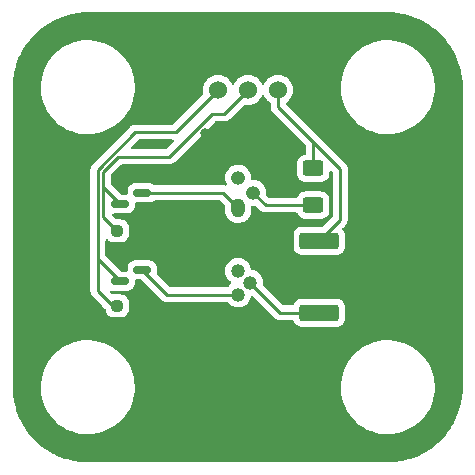
<source format=gbr>
%TF.GenerationSoftware,KiCad,Pcbnew,7.0.7*%
%TF.CreationDate,2023-10-31T17:39:05-05:00*%
%TF.ProjectId,Laser_Diode_Breakout,4c617365-725f-4446-996f-64655f427265,rev?*%
%TF.SameCoordinates,Original*%
%TF.FileFunction,Copper,L2,Bot*%
%TF.FilePolarity,Positive*%
%FSLAX46Y46*%
G04 Gerber Fmt 4.6, Leading zero omitted, Abs format (unit mm)*
G04 Created by KiCad (PCBNEW 7.0.7) date 2023-10-31 17:39:05*
%MOMM*%
%LPD*%
G01*
G04 APERTURE LIST*
G04 Aperture macros list*
%AMRoundRect*
0 Rectangle with rounded corners*
0 $1 Rounding radius*
0 $2 $3 $4 $5 $6 $7 $8 $9 X,Y pos of 4 corners*
0 Add a 4 corners polygon primitive as box body*
4,1,4,$2,$3,$4,$5,$6,$7,$8,$9,$2,$3,0*
0 Add four circle primitives for the rounded corners*
1,1,$1+$1,$2,$3*
1,1,$1+$1,$4,$5*
1,1,$1+$1,$6,$7*
1,1,$1+$1,$8,$9*
0 Add four rect primitives between the rounded corners*
20,1,$1+$1,$2,$3,$4,$5,0*
20,1,$1+$1,$4,$5,$6,$7,0*
20,1,$1+$1,$6,$7,$8,$9,0*
20,1,$1+$1,$8,$9,$2,$3,0*%
G04 Aperture macros list end*
%TA.AperFunction,ComponentPad*%
%ADD10O,1.200000X1.600000*%
%TD*%
%TA.AperFunction,ComponentPad*%
%ADD11O,1.200000X1.200000*%
%TD*%
%TA.AperFunction,ComponentPad*%
%ADD12C,1.192000*%
%TD*%
%TA.AperFunction,SMDPad,CuDef*%
%ADD13RoundRect,0.249999X-1.425001X0.450001X-1.425001X-0.450001X1.425001X-0.450001X1.425001X0.450001X0*%
%TD*%
%TA.AperFunction,ComponentPad*%
%ADD14C,1.524000*%
%TD*%
%TA.AperFunction,SMDPad,CuDef*%
%ADD15RoundRect,0.237500X-0.250000X-0.237500X0.250000X-0.237500X0.250000X0.237500X-0.250000X0.237500X0*%
%TD*%
%TA.AperFunction,SMDPad,CuDef*%
%ADD16RoundRect,0.150000X-0.587500X-0.150000X0.587500X-0.150000X0.587500X0.150000X-0.587500X0.150000X0*%
%TD*%
%TA.AperFunction,SMDPad,CuDef*%
%ADD17RoundRect,0.250000X-0.625000X0.400000X-0.625000X-0.400000X0.625000X-0.400000X0.625000X0.400000X0*%
%TD*%
%TA.AperFunction,ViaPad*%
%ADD18C,0.800000*%
%TD*%
%TA.AperFunction,Conductor*%
%ADD19C,0.254000*%
%TD*%
%TA.AperFunction,Conductor*%
%ADD20C,0.250000*%
%TD*%
G04 APERTURE END LIST*
D10*
%TO.P,D1,1,K*%
%TO.N,Net-(D1-K)*%
X66986724Y-32327276D03*
D11*
%TO.P,D1,2,A*%
%TO.N,Net-(D1-A)*%
X68256724Y-31057276D03*
%TO.P,D1,3*%
%TO.N,N/C*%
X66986724Y-29787276D03*
%TD*%
D12*
%TO.P,D2,1,K*%
%TO.N,Net-(D2-K)*%
X66985640Y-39676580D03*
%TO.P,D2,2,A*%
%TO.N,Net-(D2-A)*%
X67985640Y-38676580D03*
%TO.P,D2,3*%
%TO.N,N/C*%
X66985640Y-37676580D03*
%TD*%
D13*
%TO.P,R1,1*%
%TO.N,+12V*%
X73844724Y-35117276D03*
%TO.P,R1,2*%
%TO.N,Net-(D2-A)*%
X73844724Y-41217276D03*
%TD*%
D14*
%TO.P,Conn1,1*%
%TO.N,+12V*%
X70358000Y-22352000D03*
%TO.P,Conn1,2*%
%TO.N,Red_LED*%
X67818000Y-22352000D03*
%TO.P,Conn1,3*%
%TO.N,Green_LED*%
X65278000Y-22352000D03*
%TO.P,Conn1,4*%
%TO.N,GND*%
X62738000Y-22352000D03*
X62738000Y-22352000D03*
%TD*%
D15*
%TO.P,R4,1*%
%TO.N,Red_LED*%
X56745500Y-34290000D03*
%TO.P,R4,2*%
%TO.N,GND*%
X58570500Y-34290000D03*
%TD*%
D16*
%TO.P,Q1,1,G*%
%TO.N,Green_LED*%
X56984420Y-38542000D03*
%TO.P,Q1,2,S*%
%TO.N,GND*%
X56984420Y-36642000D03*
%TO.P,Q1,3,D*%
%TO.N,Net-(D2-K)*%
X58859420Y-37592000D03*
%TD*%
D17*
%TO.P,R2,1*%
%TO.N,+12V*%
X73336724Y-28999276D03*
%TO.P,R2,2*%
%TO.N,Net-(D1-A)*%
X73336724Y-32099276D03*
%TD*%
D15*
%TO.P,R3,1*%
%TO.N,Green_LED*%
X56745500Y-40640000D03*
%TO.P,R3,2*%
%TO.N,GND*%
X58570500Y-40640000D03*
%TD*%
D16*
%TO.P,Q2,1,G*%
%TO.N,Red_LED*%
X56983724Y-32007276D03*
%TO.P,Q2,2,S*%
%TO.N,GND*%
X56983724Y-30107276D03*
%TO.P,Q2,3,D*%
%TO.N,Net-(D1-K)*%
X58858724Y-31057276D03*
%TD*%
D18*
%TO.N,GND*%
X59690000Y-26924000D03*
X64192724Y-25977276D03*
%TD*%
D19*
%TO.N,+12V*%
X75622724Y-29025276D02*
X73336724Y-26739276D01*
X73844724Y-35117276D02*
X75622724Y-33339276D01*
X70358000Y-23760552D02*
X73336724Y-26739276D01*
X70358000Y-22352000D02*
X70358000Y-23760552D01*
X75622724Y-33339276D02*
X75622724Y-29025276D01*
X73336724Y-28999276D02*
X73336724Y-26739276D01*
%TO.N,Red_LED*%
X55560724Y-30584276D02*
X55560724Y-30480000D01*
X65786000Y-24384000D02*
X67818000Y-22352000D01*
X61132590Y-28009276D02*
X64757866Y-24384000D01*
X56983724Y-32007276D02*
X55560724Y-30584276D01*
X55560724Y-33105224D02*
X55560724Y-33101224D01*
X55556724Y-33101224D02*
X55556724Y-29279276D01*
X56826724Y-28009276D02*
X61132590Y-28009276D01*
X55556724Y-29279276D02*
X56826724Y-28009276D01*
X56745500Y-34290000D02*
X55560724Y-33105224D01*
X64757866Y-24384000D02*
X65786000Y-24384000D01*
D20*
%TO.N,Green_LED*%
X55106724Y-36664304D02*
X55106724Y-36576000D01*
X56388000Y-40640000D02*
X55106724Y-39358724D01*
X56745500Y-40640000D02*
X56388000Y-40640000D01*
D19*
X55106724Y-39358724D02*
X55106724Y-36576000D01*
X58285948Y-25908000D02*
X55103896Y-29090052D01*
X61722000Y-25908000D02*
X58285948Y-25908000D01*
X56984420Y-38542000D02*
X55106724Y-36664304D01*
X55106724Y-36576000D02*
X55106724Y-29092880D01*
X65278000Y-22352000D02*
X61722000Y-25908000D01*
%TO.N,Net-(D2-K)*%
X58859420Y-37592000D02*
X60944000Y-39676580D01*
X60944000Y-39676580D02*
X66985640Y-39676580D01*
%TO.N,Net-(D2-A)*%
X70526336Y-41217276D02*
X67985640Y-38676580D01*
X73844724Y-41217276D02*
X70526336Y-41217276D01*
%TO.N,Net-(D1-K)*%
X65716724Y-31057276D02*
X66986724Y-32327276D01*
X58858724Y-31057276D02*
X65716724Y-31057276D01*
%TO.N,Net-(D1-A)*%
X69298724Y-32099276D02*
X68256724Y-31057276D01*
X73336724Y-32099276D02*
X69298724Y-32099276D01*
%TD*%
%TA.AperFunction,Conductor*%
%TO.N,GND*%
G36*
X61486623Y-26555185D02*
G01*
X61532378Y-26607989D01*
X61542322Y-26677147D01*
X61513297Y-26740703D01*
X61507265Y-26747181D01*
X60908990Y-27345457D01*
X60847667Y-27378942D01*
X60821309Y-27381776D01*
X57998953Y-27381776D01*
X57931914Y-27362091D01*
X57886159Y-27309287D01*
X57876215Y-27240129D01*
X57905240Y-27176573D01*
X57911272Y-27170095D01*
X58509548Y-26571819D01*
X58570871Y-26538334D01*
X58597229Y-26535500D01*
X61419584Y-26535500D01*
X61486623Y-26555185D01*
G37*
%TD.AperFunction*%
%TA.AperFunction,Conductor*%
G36*
X79921745Y-15779768D02*
G01*
X80132298Y-15788041D01*
X80136758Y-15788381D01*
X80390887Y-15817015D01*
X80615811Y-15843638D01*
X80620028Y-15844285D01*
X80868262Y-15891255D01*
X81093711Y-15936101D01*
X81097564Y-15937000D01*
X81340345Y-16002053D01*
X81563011Y-16064852D01*
X81566625Y-16065993D01*
X81723699Y-16120956D01*
X81803252Y-16148793D01*
X82021076Y-16229152D01*
X82024387Y-16230485D01*
X82253853Y-16330601D01*
X82465197Y-16428032D01*
X82468160Y-16429497D01*
X82689391Y-16546421D01*
X82892740Y-16660302D01*
X82895384Y-16661872D01*
X83107210Y-16794971D01*
X83107429Y-16795118D01*
X83301211Y-16924600D01*
X83303583Y-16926266D01*
X83504825Y-17074790D01*
X83689287Y-17220207D01*
X83879922Y-17384262D01*
X84052445Y-17543741D01*
X84230258Y-17721554D01*
X84389737Y-17894077D01*
X84553792Y-18084712D01*
X84699209Y-18269174D01*
X84847732Y-18470415D01*
X84849398Y-18472787D01*
X84979035Y-18666800D01*
X85112108Y-18878585D01*
X85113706Y-18881276D01*
X85227586Y-19084624D01*
X85344488Y-19305812D01*
X85345978Y-19308826D01*
X85443394Y-19520136D01*
X85543513Y-19749611D01*
X85544855Y-19752946D01*
X85625206Y-19970747D01*
X85708000Y-20207358D01*
X85709152Y-20211007D01*
X85771949Y-20433664D01*
X85836990Y-20676399D01*
X85837911Y-20680351D01*
X85882756Y-20905800D01*
X85929710Y-21153956D01*
X85930361Y-21158196D01*
X85957001Y-21383268D01*
X85985616Y-21637229D01*
X85985959Y-21641738D01*
X85994238Y-21852421D01*
X86004224Y-22119276D01*
X86004224Y-47519276D01*
X85994325Y-47783824D01*
X85985949Y-47996923D01*
X85985606Y-48001431D01*
X85957170Y-48253819D01*
X85930341Y-48480489D01*
X85929690Y-48484729D01*
X85882931Y-48731860D01*
X85837882Y-48958330D01*
X85836961Y-48962282D01*
X85772122Y-49204267D01*
X85709118Y-49427663D01*
X85707967Y-49431311D01*
X85625373Y-49667354D01*
X85544807Y-49885736D01*
X85543465Y-49889070D01*
X85443553Y-50118074D01*
X85345923Y-50329848D01*
X85344433Y-50332862D01*
X85227751Y-50553640D01*
X85113633Y-50757412D01*
X85112035Y-50760103D01*
X84979208Y-50971499D01*
X84849294Y-51165927D01*
X84847628Y-51168299D01*
X84699379Y-51369170D01*
X84553661Y-51554012D01*
X84389917Y-51744286D01*
X84230111Y-51917164D01*
X84052597Y-52094677D01*
X83879759Y-52254447D01*
X83689444Y-52418227D01*
X83504621Y-52563930D01*
X83303730Y-52712194D01*
X83301358Y-52713860D01*
X83106966Y-52843750D01*
X82895538Y-52976597D01*
X82892847Y-52978195D01*
X82689088Y-53092306D01*
X82468334Y-53208978D01*
X82465320Y-53210468D01*
X82253506Y-53308117D01*
X82024521Y-53408020D01*
X82021187Y-53409362D01*
X81802826Y-53489921D01*
X81566745Y-53572528D01*
X81563097Y-53573679D01*
X81339757Y-53636669D01*
X81097727Y-53701520D01*
X81093775Y-53702441D01*
X80867283Y-53747494D01*
X80620172Y-53794249D01*
X80615932Y-53794900D01*
X80389286Y-53821726D01*
X80136868Y-53850166D01*
X80132358Y-53850509D01*
X79917794Y-53858939D01*
X79712472Y-53866622D01*
X79654912Y-53868776D01*
X54254724Y-53868776D01*
X53987626Y-53858782D01*
X53777195Y-53850515D01*
X53772686Y-53850173D01*
X53518663Y-53821552D01*
X53293623Y-53794917D01*
X53289387Y-53794266D01*
X53041239Y-53747315D01*
X52815779Y-53702469D01*
X52811846Y-53701552D01*
X52569066Y-53636500D01*
X52346462Y-53573719D01*
X52342814Y-53572568D01*
X52106166Y-53489762D01*
X51888379Y-53409416D01*
X51885045Y-53408074D01*
X51655596Y-53307968D01*
X51444247Y-53210535D01*
X51441233Y-53209045D01*
X51441106Y-53208978D01*
X51306402Y-53137785D01*
X51220089Y-53092167D01*
X51016700Y-52978263D01*
X51014008Y-52976665D01*
X50802247Y-52843607D01*
X50608215Y-52713959D01*
X50605859Y-52712304D01*
X50461056Y-52605435D01*
X50404610Y-52563776D01*
X50220142Y-52418353D01*
X50029518Y-52254309D01*
X49856985Y-52094821D01*
X49679178Y-51917014D01*
X49519690Y-51744481D01*
X49355646Y-51553857D01*
X49210223Y-51369389D01*
X49174437Y-51320901D01*
X49061683Y-51168123D01*
X49060039Y-51165783D01*
X48930392Y-50971752D01*
X48797333Y-50759990D01*
X48795735Y-50757298D01*
X48689215Y-50567093D01*
X48681836Y-50553919D01*
X48564936Y-50332731D01*
X48563463Y-50329750D01*
X48466031Y-50118403D01*
X48465887Y-50118074D01*
X48365924Y-49888953D01*
X48364582Y-49885619D01*
X48348313Y-49841520D01*
X48284247Y-49667862D01*
X48201431Y-49431185D01*
X48200279Y-49427536D01*
X48137512Y-49204982D01*
X48072437Y-48962116D01*
X48071537Y-48958258D01*
X48026698Y-48732832D01*
X47979724Y-48484564D01*
X47979083Y-48480391D01*
X47952444Y-48255311D01*
X47949683Y-48230804D01*
X47923822Y-48001279D01*
X47923485Y-47996836D01*
X47915229Y-47786706D01*
X47908935Y-47618463D01*
X50277314Y-47618463D01*
X50306954Y-48013987D01*
X50306955Y-48014000D01*
X50375832Y-48404615D01*
X50483254Y-48786413D01*
X50483258Y-48786427D01*
X50628159Y-49155629D01*
X50628164Y-49155641D01*
X50809110Y-49508590D01*
X50809115Y-49508599D01*
X51024310Y-49841785D01*
X51271610Y-50151890D01*
X51271619Y-50151901D01*
X51548303Y-50435570D01*
X51548557Y-50435830D01*
X51852400Y-50690784D01*
X52180118Y-50914218D01*
X52528454Y-51103912D01*
X52893947Y-51257980D01*
X52893956Y-51257982D01*
X52893962Y-51257985D01*
X53272959Y-51374890D01*
X53272972Y-51374893D01*
X53660437Y-51453221D01*
X53661738Y-51453484D01*
X54000024Y-51487334D01*
X54056404Y-51492976D01*
X54056405Y-51492976D01*
X54353827Y-51492976D01*
X54551854Y-51483092D01*
X54650869Y-51478151D01*
X55043077Y-51419035D01*
X55427450Y-51321162D01*
X55800169Y-51185504D01*
X56157527Y-51013409D01*
X56157953Y-51013149D01*
X56495970Y-50806591D01*
X56495969Y-50806591D01*
X56495975Y-50806588D01*
X56812148Y-50567096D01*
X57102905Y-50297313D01*
X57365355Y-49999921D01*
X57596890Y-49677876D01*
X57795209Y-49334377D01*
X57958341Y-48972839D01*
X58084665Y-48596854D01*
X58172925Y-48210161D01*
X58222245Y-47816601D01*
X58227186Y-47618449D01*
X58227192Y-47618203D01*
X75676289Y-47618203D01*
X75705929Y-48013727D01*
X75705930Y-48013740D01*
X75774807Y-48404355D01*
X75882229Y-48786153D01*
X75882233Y-48786167D01*
X76027134Y-49155369D01*
X76027139Y-49155381D01*
X76208085Y-49508330D01*
X76208096Y-49508349D01*
X76208264Y-49508609D01*
X76423285Y-49841525D01*
X76670585Y-50151630D01*
X76670594Y-50151641D01*
X76947522Y-50435560D01*
X76947532Y-50435570D01*
X77251375Y-50690524D01*
X77579093Y-50913958D01*
X77927429Y-51103652D01*
X78292922Y-51257720D01*
X78292931Y-51257722D01*
X78292937Y-51257725D01*
X78671934Y-51374630D01*
X78671947Y-51374633D01*
X79060698Y-51453221D01*
X79060713Y-51453224D01*
X79398999Y-51487074D01*
X79455379Y-51492716D01*
X79455380Y-51492716D01*
X79752802Y-51492716D01*
X80044634Y-51478151D01*
X80049844Y-51477891D01*
X80442052Y-51418775D01*
X80826425Y-51320902D01*
X81199144Y-51185244D01*
X81556502Y-51013149D01*
X81894950Y-50806328D01*
X82211123Y-50566836D01*
X82501880Y-50297053D01*
X82764330Y-49999661D01*
X82995865Y-49677616D01*
X83194184Y-49334117D01*
X83357316Y-48972579D01*
X83483640Y-48596594D01*
X83571900Y-48209901D01*
X83621220Y-47816341D01*
X83624229Y-47695662D01*
X83631108Y-47419842D01*
X83631108Y-47419826D01*
X83616280Y-47221957D01*
X83601468Y-47024296D01*
X83532592Y-46633684D01*
X83425166Y-46251870D01*
X83280258Y-45882650D01*
X83099308Y-45529693D01*
X82884113Y-45196507D01*
X82636813Y-44886402D01*
X82636810Y-44886399D01*
X82636803Y-44886390D01*
X82359875Y-44602471D01*
X82359872Y-44602468D01*
X82359871Y-44602467D01*
X82359866Y-44602462D01*
X82056023Y-44347508D01*
X81886545Y-44231960D01*
X81728304Y-44124073D01*
X81546641Y-44025145D01*
X81379969Y-43934380D01*
X81379961Y-43934376D01*
X81379958Y-43934375D01*
X81014476Y-43780312D01*
X81014460Y-43780306D01*
X80635463Y-43663401D01*
X80635450Y-43663398D01*
X80246699Y-43584810D01*
X80246678Y-43584807D01*
X79852019Y-43545316D01*
X79852018Y-43545316D01*
X79554598Y-43545316D01*
X79554596Y-43545316D01*
X79257554Y-43560140D01*
X78865346Y-43619257D01*
X78480971Y-43717130D01*
X78108248Y-43852790D01*
X77750890Y-44024885D01*
X77412452Y-44231700D01*
X77412441Y-44231708D01*
X77096274Y-44471196D01*
X77096271Y-44471198D01*
X76805512Y-44740984D01*
X76543064Y-45038375D01*
X76311538Y-45360409D01*
X76311525Y-45360429D01*
X76113215Y-45703912D01*
X75950081Y-46065453D01*
X75823758Y-46441435D01*
X75735498Y-46828127D01*
X75686177Y-47221697D01*
X75676289Y-47618189D01*
X75676289Y-47618203D01*
X58227192Y-47618203D01*
X58232133Y-47420102D01*
X58232133Y-47420086D01*
X58232114Y-47419826D01*
X58202493Y-47024556D01*
X58133617Y-46633944D01*
X58026191Y-46252130D01*
X57881283Y-45882910D01*
X57700333Y-45529953D01*
X57485138Y-45196767D01*
X57237838Y-44886662D01*
X57237835Y-44886659D01*
X57237828Y-44886650D01*
X56960900Y-44602731D01*
X56960897Y-44602728D01*
X56960896Y-44602727D01*
X56960891Y-44602722D01*
X56657048Y-44347768D01*
X56584337Y-44298194D01*
X56329329Y-44124333D01*
X56213218Y-44061102D01*
X55980994Y-43934640D01*
X55980986Y-43934636D01*
X55980983Y-43934635D01*
X55615501Y-43780572D01*
X55615485Y-43780566D01*
X55236488Y-43663661D01*
X55236475Y-43663658D01*
X54847724Y-43585070D01*
X54847703Y-43585067D01*
X54453044Y-43545576D01*
X54453043Y-43545576D01*
X54155623Y-43545576D01*
X54155621Y-43545576D01*
X53858579Y-43560400D01*
X53466371Y-43619517D01*
X53081996Y-43717390D01*
X52709273Y-43853050D01*
X52351915Y-44025145D01*
X52013477Y-44231960D01*
X52013466Y-44231968D01*
X51697299Y-44471456D01*
X51697296Y-44471458D01*
X51406537Y-44741244D01*
X51144089Y-45038635D01*
X50912563Y-45360669D01*
X50912550Y-45360689D01*
X50714240Y-45704172D01*
X50551106Y-46065713D01*
X50424783Y-46441695D01*
X50336523Y-46828387D01*
X50287202Y-47221957D01*
X50277314Y-47618449D01*
X50277314Y-47618463D01*
X47908935Y-47618463D01*
X47905224Y-47519276D01*
X47905224Y-47518776D01*
X47905224Y-29070185D01*
X54471721Y-29070185D01*
X54478831Y-29145401D01*
X54478949Y-29146645D01*
X54479224Y-29152483D01*
X54479224Y-36581336D01*
X54477496Y-36596985D01*
X54477778Y-36597012D01*
X54477043Y-36604779D01*
X54479224Y-36674163D01*
X54479224Y-39294632D01*
X54479030Y-39298737D01*
X54479224Y-39304895D01*
X54479224Y-39398212D01*
X54482759Y-39426190D01*
X54483218Y-39432015D01*
X54484014Y-39457349D01*
X54484015Y-39457356D01*
X54486038Y-39464319D01*
X54489981Y-39483357D01*
X54494108Y-39516018D01*
X54494108Y-39516020D01*
X54519139Y-39579238D01*
X54521031Y-39584765D01*
X54528105Y-39609111D01*
X54528107Y-39609117D01*
X54531798Y-39615358D01*
X54540353Y-39632823D01*
X54550945Y-39659574D01*
X54552471Y-39663427D01*
X54579404Y-39700497D01*
X54592446Y-39718448D01*
X54595654Y-39723333D01*
X54599061Y-39729093D01*
X54608554Y-39745144D01*
X54608557Y-39745147D01*
X54613673Y-39750263D01*
X54626313Y-39765061D01*
X54645660Y-39791690D01*
X54645661Y-39791691D01*
X54698058Y-39835037D01*
X54702369Y-39838959D01*
X55477887Y-40614478D01*
X55722599Y-40859190D01*
X55756084Y-40920513D01*
X55758276Y-40934269D01*
X55767826Y-41027751D01*
X55767826Y-41027753D01*
X55822092Y-41191516D01*
X55912660Y-41338350D01*
X56034650Y-41460340D01*
X56181484Y-41550908D01*
X56345247Y-41605174D01*
X56446323Y-41615500D01*
X57044676Y-41615499D01*
X57044684Y-41615498D01*
X57044687Y-41615498D01*
X57100030Y-41609844D01*
X57145753Y-41605174D01*
X57309516Y-41550908D01*
X57456350Y-41460340D01*
X57578340Y-41338350D01*
X57668908Y-41191516D01*
X57723174Y-41027753D01*
X57733500Y-40926677D01*
X57733499Y-40353324D01*
X57727206Y-40291723D01*
X57723174Y-40252247D01*
X57712815Y-40220987D01*
X57668908Y-40088484D01*
X57578340Y-39941650D01*
X57456350Y-39819660D01*
X57335545Y-39745147D01*
X57309518Y-39729093D01*
X57309513Y-39729091D01*
X57308069Y-39728612D01*
X57145753Y-39674826D01*
X57145751Y-39674825D01*
X57044678Y-39664500D01*
X56446330Y-39664500D01*
X56446312Y-39664501D01*
X56369540Y-39672344D01*
X56300847Y-39659574D01*
X56269258Y-39636667D01*
X56181284Y-39548693D01*
X56147799Y-39487370D01*
X56152783Y-39417678D01*
X56194655Y-39361745D01*
X56260119Y-39337328D01*
X56291256Y-39339032D01*
X56294342Y-39339595D01*
X56294351Y-39339598D01*
X56320690Y-39341670D01*
X56331224Y-39342500D01*
X56331226Y-39342500D01*
X57637616Y-39342500D01*
X57656051Y-39341049D01*
X57674489Y-39339598D01*
X57674491Y-39339597D01*
X57674493Y-39339597D01*
X57716111Y-39327505D01*
X57832318Y-39293744D01*
X57973785Y-39210081D01*
X58090001Y-39093865D01*
X58173664Y-38952398D01*
X58219518Y-38794569D01*
X58222420Y-38757694D01*
X58222420Y-38516500D01*
X58242105Y-38449461D01*
X58294909Y-38403706D01*
X58346420Y-38392500D01*
X58721139Y-38392500D01*
X58788178Y-38412185D01*
X58808820Y-38428819D01*
X60441624Y-40061623D01*
X60451471Y-40073913D01*
X60451689Y-40073734D01*
X60456657Y-40079740D01*
X60507257Y-40127257D01*
X60528201Y-40148200D01*
X60528207Y-40148206D01*
X60533697Y-40152463D01*
X60538148Y-40156264D01*
X60572235Y-40188275D01*
X60572237Y-40188276D01*
X60589867Y-40197967D01*
X60606135Y-40208652D01*
X60622038Y-40220988D01*
X60622040Y-40220989D01*
X60622042Y-40220990D01*
X60643380Y-40230223D01*
X60664943Y-40239554D01*
X60670190Y-40242125D01*
X60688602Y-40252247D01*
X60711166Y-40264652D01*
X60730667Y-40269659D01*
X60749065Y-40275958D01*
X60767541Y-40283953D01*
X60813740Y-40291270D01*
X60819414Y-40292445D01*
X60864728Y-40304080D01*
X60884864Y-40304080D01*
X60904263Y-40305607D01*
X60924133Y-40308754D01*
X60970671Y-40304354D01*
X60976508Y-40304080D01*
X66023730Y-40304080D01*
X66090769Y-40323765D01*
X66122684Y-40353353D01*
X66171846Y-40418453D01*
X66322019Y-40555354D01*
X66322021Y-40555356D01*
X66494790Y-40662330D01*
X66494796Y-40662333D01*
X66534938Y-40677884D01*
X66684283Y-40735740D01*
X66884034Y-40773080D01*
X66884036Y-40773080D01*
X67087244Y-40773080D01*
X67087246Y-40773080D01*
X67286997Y-40735740D01*
X67476486Y-40662332D01*
X67649260Y-40555355D01*
X67799435Y-40418452D01*
X67921897Y-40256286D01*
X68012477Y-40074379D01*
X68061838Y-39900889D01*
X68099116Y-39841798D01*
X68162426Y-39812240D01*
X68231665Y-39821602D01*
X68268785Y-39847144D01*
X70023960Y-41602319D01*
X70033807Y-41614609D01*
X70034025Y-41614430D01*
X70038993Y-41620436D01*
X70089593Y-41667953D01*
X70110537Y-41688896D01*
X70110543Y-41688902D01*
X70116033Y-41693159D01*
X70120484Y-41696960D01*
X70154571Y-41728971D01*
X70154573Y-41728972D01*
X70172203Y-41738663D01*
X70188471Y-41749348D01*
X70204374Y-41761684D01*
X70247281Y-41780251D01*
X70252517Y-41782815D01*
X70277425Y-41796509D01*
X70293494Y-41805344D01*
X70293496Y-41805345D01*
X70293502Y-41805348D01*
X70312576Y-41810245D01*
X70312996Y-41810353D01*
X70331400Y-41816653D01*
X70349878Y-41824650D01*
X70393374Y-41831538D01*
X70396060Y-41831964D01*
X70401765Y-41833145D01*
X70447064Y-41844776D01*
X70467194Y-41844776D01*
X70486593Y-41846303D01*
X70506469Y-41849451D01*
X70549115Y-41845419D01*
X70553015Y-41845051D01*
X70558853Y-41844776D01*
X71598369Y-41844776D01*
X71665408Y-41864461D01*
X71711163Y-41917265D01*
X71716074Y-41929768D01*
X71734910Y-41986611D01*
X71827012Y-42135932D01*
X71951068Y-42259988D01*
X72100389Y-42352090D01*
X72266926Y-42407275D01*
X72369714Y-42417776D01*
X72369719Y-42417776D01*
X75319729Y-42417776D01*
X75319734Y-42417776D01*
X75422522Y-42407275D01*
X75589059Y-42352090D01*
X75738380Y-42259988D01*
X75862436Y-42135932D01*
X75954538Y-41986611D01*
X76009723Y-41820074D01*
X76020224Y-41717286D01*
X76020224Y-40717266D01*
X76009723Y-40614478D01*
X75954538Y-40447941D01*
X75862436Y-40298620D01*
X75738380Y-40174564D01*
X75645614Y-40117345D01*
X75589061Y-40082463D01*
X75589056Y-40082461D01*
X75580851Y-40079742D01*
X75422522Y-40027277D01*
X75422520Y-40027276D01*
X75319741Y-40016776D01*
X75319734Y-40016776D01*
X72369714Y-40016776D01*
X72369706Y-40016776D01*
X72266927Y-40027276D01*
X72266926Y-40027277D01*
X72184393Y-40054625D01*
X72100391Y-40082461D01*
X72100386Y-40082463D01*
X71951066Y-40174565D01*
X71827013Y-40298618D01*
X71734910Y-40447941D01*
X71716075Y-40504781D01*
X71676302Y-40562225D01*
X71611786Y-40589048D01*
X71598369Y-40589776D01*
X70837617Y-40589776D01*
X70770578Y-40570091D01*
X70749936Y-40553457D01*
X69109869Y-38913390D01*
X69076384Y-38852067D01*
X69074079Y-38814267D01*
X69075605Y-38797805D01*
X69086838Y-38676580D01*
X69068088Y-38474235D01*
X69012477Y-38278781D01*
X68962902Y-38179223D01*
X68921900Y-38096879D01*
X68921895Y-38096871D01*
X68799433Y-37934705D01*
X68649260Y-37797805D01*
X68649258Y-37797803D01*
X68476489Y-37690829D01*
X68476483Y-37690826D01*
X68327141Y-37632972D01*
X68286997Y-37617420D01*
X68169776Y-37595507D01*
X68107496Y-37563840D01*
X68072223Y-37503527D01*
X68069091Y-37485060D01*
X68068088Y-37474239D01*
X68068088Y-37474235D01*
X68012477Y-37278781D01*
X67964087Y-37181602D01*
X67921900Y-37096879D01*
X67921895Y-37096871D01*
X67799433Y-36934705D01*
X67649260Y-36797805D01*
X67649258Y-36797803D01*
X67476489Y-36690829D01*
X67476483Y-36690826D01*
X67327141Y-36632972D01*
X67286997Y-36617420D01*
X67087246Y-36580080D01*
X66884034Y-36580080D01*
X66684283Y-36617420D01*
X66684280Y-36617420D01*
X66684280Y-36617421D01*
X66494796Y-36690826D01*
X66494790Y-36690829D01*
X66322021Y-36797803D01*
X66322019Y-36797805D01*
X66171846Y-36934705D01*
X66049384Y-37096871D01*
X66049379Y-37096879D01*
X65958802Y-37278782D01*
X65903191Y-37474239D01*
X65884442Y-37676579D01*
X65884442Y-37676580D01*
X65903191Y-37878920D01*
X65958802Y-38074377D01*
X66049379Y-38256280D01*
X66049384Y-38256288D01*
X66171846Y-38418454D01*
X66233040Y-38474239D01*
X66322020Y-38555355D01*
X66347534Y-38571153D01*
X66394169Y-38623177D01*
X66405274Y-38692159D01*
X66377323Y-38756194D01*
X66347537Y-38782004D01*
X66322023Y-38797801D01*
X66322019Y-38797805D01*
X66171846Y-38934706D01*
X66122684Y-38999807D01*
X66066575Y-39041443D01*
X66023730Y-39049080D01*
X61255281Y-39049080D01*
X61188242Y-39029395D01*
X61167600Y-39012761D01*
X60124961Y-37970122D01*
X60091476Y-37908799D01*
X60093465Y-37850814D01*
X60093380Y-37850799D01*
X60093485Y-37850222D01*
X60093567Y-37847842D01*
X60094518Y-37844569D01*
X60097420Y-37807694D01*
X60097420Y-37376306D01*
X60094518Y-37339431D01*
X60076897Y-37278781D01*
X60048665Y-37181606D01*
X60048664Y-37181603D01*
X60048664Y-37181602D01*
X59965001Y-37040135D01*
X59964999Y-37040133D01*
X59964996Y-37040129D01*
X59848790Y-36923923D01*
X59848782Y-36923917D01*
X59707316Y-36840255D01*
X59707313Y-36840254D01*
X59549493Y-36794402D01*
X59549487Y-36794401D01*
X59512616Y-36791500D01*
X59512614Y-36791500D01*
X58206226Y-36791500D01*
X58206224Y-36791500D01*
X58169352Y-36794401D01*
X58169346Y-36794402D01*
X58011526Y-36840254D01*
X58011523Y-36840255D01*
X57870057Y-36923917D01*
X57870049Y-36923923D01*
X57753843Y-37040129D01*
X57753837Y-37040137D01*
X57670175Y-37181603D01*
X57670174Y-37181606D01*
X57624322Y-37339426D01*
X57624321Y-37339432D01*
X57621420Y-37376304D01*
X57621420Y-37617500D01*
X57601735Y-37684539D01*
X57548931Y-37730294D01*
X57497420Y-37741500D01*
X57122701Y-37741500D01*
X57055662Y-37721815D01*
X57035020Y-37705181D01*
X55770543Y-36440703D01*
X55737058Y-36379380D01*
X55734224Y-36353022D01*
X55734224Y-35109276D01*
X55753909Y-35042237D01*
X55806713Y-34996482D01*
X55875871Y-34986538D01*
X55939427Y-35015563D01*
X55945905Y-35021595D01*
X56034650Y-35110340D01*
X56181484Y-35200908D01*
X56345247Y-35255174D01*
X56446323Y-35265500D01*
X57044676Y-35265499D01*
X57044684Y-35265498D01*
X57044687Y-35265498D01*
X57100030Y-35259844D01*
X57145753Y-35255174D01*
X57309516Y-35200908D01*
X57456350Y-35110340D01*
X57578340Y-34988350D01*
X57668908Y-34841516D01*
X57723174Y-34677753D01*
X57733500Y-34576677D01*
X57733499Y-34003324D01*
X57723174Y-33902247D01*
X57668908Y-33738484D01*
X57578340Y-33591650D01*
X57456350Y-33469660D01*
X57309516Y-33379092D01*
X57145753Y-33324826D01*
X57145751Y-33324825D01*
X57044684Y-33314500D01*
X57044677Y-33314500D01*
X56708781Y-33314500D01*
X56641742Y-33294815D01*
X56621100Y-33278181D01*
X56362376Y-33019457D01*
X56328891Y-32958134D01*
X56333875Y-32888442D01*
X56375747Y-32832509D01*
X56441211Y-32808092D01*
X56450057Y-32807776D01*
X57636920Y-32807776D01*
X57655355Y-32806325D01*
X57673793Y-32804874D01*
X57673795Y-32804873D01*
X57673797Y-32804873D01*
X57715415Y-32792781D01*
X57831622Y-32759020D01*
X57973089Y-32675357D01*
X58089305Y-32559141D01*
X58172968Y-32417674D01*
X58218822Y-32259845D01*
X58221724Y-32222970D01*
X58221724Y-31981776D01*
X58241409Y-31914737D01*
X58294213Y-31868982D01*
X58345724Y-31857776D01*
X59511920Y-31857776D01*
X59530355Y-31856325D01*
X59548793Y-31854874D01*
X59548795Y-31854873D01*
X59548797Y-31854873D01*
X59590415Y-31842781D01*
X59706622Y-31809020D01*
X59848089Y-31725357D01*
X59848094Y-31725352D01*
X59852352Y-31721095D01*
X59913675Y-31687610D01*
X59940033Y-31684776D01*
X65405443Y-31684776D01*
X65472482Y-31704461D01*
X65493124Y-31721095D01*
X65849904Y-32077875D01*
X65883389Y-32139198D01*
X65886223Y-32165556D01*
X65886223Y-32579695D01*
X65894217Y-32663412D01*
X65901196Y-32736494D01*
X65960408Y-32938151D01*
X66009743Y-33033848D01*
X66056715Y-33124962D01*
X66186629Y-33290159D01*
X66186633Y-33290163D01*
X66345470Y-33427797D01*
X66527474Y-33532877D01*
X66527476Y-33532877D01*
X66527480Y-33532880D01*
X66726091Y-33601620D01*
X66934122Y-33631530D01*
X67144054Y-33621530D01*
X67348300Y-33571980D01*
X67471468Y-33515731D01*
X67539467Y-33484677D01*
X67539470Y-33484675D01*
X67539477Y-33484672D01*
X67710676Y-33362762D01*
X67779903Y-33290159D01*
X67855709Y-33210655D01*
X67855710Y-33210654D01*
X67969337Y-33033848D01*
X68047449Y-32838733D01*
X68087224Y-32632361D01*
X68087224Y-32281775D01*
X68106909Y-32214737D01*
X68159713Y-32168982D01*
X68211224Y-32157776D01*
X68358700Y-32157776D01*
X68388055Y-32152288D01*
X68457570Y-32159317D01*
X68498524Y-32186495D01*
X68796348Y-32484319D01*
X68806195Y-32496609D01*
X68806413Y-32496430D01*
X68811381Y-32502436D01*
X68861981Y-32549953D01*
X68882929Y-32570900D01*
X68888430Y-32575167D01*
X68892869Y-32578958D01*
X68926957Y-32610969D01*
X68944608Y-32620672D01*
X68960858Y-32631347D01*
X68976762Y-32643684D01*
X68976765Y-32643686D01*
X69019666Y-32662250D01*
X69024914Y-32664820D01*
X69065890Y-32687348D01*
X69084964Y-32692245D01*
X69085384Y-32692353D01*
X69103788Y-32698653D01*
X69122266Y-32706650D01*
X69165762Y-32713538D01*
X69168448Y-32713964D01*
X69174153Y-32715145D01*
X69219452Y-32726776D01*
X69239582Y-32726776D01*
X69258981Y-32728303D01*
X69278857Y-32731451D01*
X69321503Y-32727419D01*
X69325403Y-32727051D01*
X69331241Y-32726776D01*
X71906938Y-32726776D01*
X71973977Y-32746461D01*
X72019732Y-32799265D01*
X72024642Y-32811768D01*
X72026906Y-32818600D01*
X72026909Y-32818607D01*
X72026910Y-32818610D01*
X72119012Y-32967932D01*
X72243068Y-33091988D01*
X72392390Y-33184090D01*
X72558927Y-33239275D01*
X72661715Y-33249776D01*
X74011732Y-33249775D01*
X74114521Y-33239275D01*
X74281058Y-33184090D01*
X74430380Y-33091988D01*
X74554436Y-32967932D01*
X74646538Y-32818610D01*
X74701723Y-32652073D01*
X74712224Y-32549285D01*
X74712223Y-31649268D01*
X74701723Y-31546479D01*
X74646538Y-31379942D01*
X74554436Y-31230620D01*
X74430380Y-31106564D01*
X74281058Y-31014462D01*
X74114521Y-30959277D01*
X74114519Y-30959276D01*
X74011734Y-30948776D01*
X72661722Y-30948776D01*
X72661705Y-30948777D01*
X72558927Y-30959276D01*
X72558924Y-30959277D01*
X72392392Y-31014461D01*
X72392387Y-31014463D01*
X72243066Y-31106565D01*
X72119013Y-31230618D01*
X72026911Y-31379939D01*
X72026906Y-31379951D01*
X72024642Y-31386784D01*
X71984868Y-31444228D01*
X71920351Y-31471048D01*
X71906938Y-31471776D01*
X69610005Y-31471776D01*
X69542966Y-31452091D01*
X69522324Y-31435457D01*
X69384629Y-31297762D01*
X69351144Y-31236439D01*
X69348839Y-31198645D01*
X69361939Y-31057276D01*
X69343121Y-30854193D01*
X69287306Y-30658026D01*
X69285358Y-30654114D01*
X69231316Y-30545583D01*
X69196397Y-30475455D01*
X69073488Y-30312697D01*
X69073486Y-30312694D01*
X68922765Y-30175295D01*
X68922763Y-30175293D01*
X68749366Y-30067931D01*
X68749359Y-30067927D01*
X68654270Y-30031090D01*
X68559180Y-29994252D01*
X68358700Y-29956776D01*
X68212254Y-29956776D01*
X68145215Y-29937091D01*
X68099460Y-29884287D01*
X68088783Y-29821335D01*
X68091939Y-29787276D01*
X68091939Y-29787275D01*
X68073121Y-29584193D01*
X68073120Y-29584192D01*
X68017306Y-29388026D01*
X67926397Y-29205455D01*
X67842646Y-29094551D01*
X67803486Y-29042694D01*
X67652765Y-28905295D01*
X67652763Y-28905293D01*
X67479366Y-28797931D01*
X67479359Y-28797927D01*
X67311196Y-28732781D01*
X67289180Y-28724252D01*
X67088700Y-28686776D01*
X66884748Y-28686776D01*
X66684268Y-28724252D01*
X66684265Y-28724252D01*
X66684265Y-28724253D01*
X66494088Y-28797927D01*
X66494081Y-28797931D01*
X66320684Y-28905293D01*
X66320682Y-28905295D01*
X66169961Y-29042694D01*
X66047051Y-29205454D01*
X65956146Y-29388015D01*
X65956141Y-29388028D01*
X65900326Y-29584193D01*
X65881509Y-29787275D01*
X65881509Y-29787276D01*
X65900326Y-29990358D01*
X65956141Y-30186523D01*
X65956146Y-30186536D01*
X65996657Y-30267892D01*
X66008918Y-30336678D01*
X65982045Y-30401173D01*
X65924569Y-30440900D01*
X65866264Y-30445638D01*
X65858244Y-30444368D01*
X65846999Y-30442587D01*
X65841288Y-30441404D01*
X65796003Y-30429776D01*
X65795996Y-30429776D01*
X65775866Y-30429776D01*
X65756467Y-30428249D01*
X65736592Y-30425101D01*
X65736591Y-30425101D01*
X65690045Y-30429501D01*
X65684207Y-30429776D01*
X59940033Y-30429776D01*
X59872994Y-30410091D01*
X59852352Y-30393457D01*
X59848094Y-30389199D01*
X59848086Y-30389193D01*
X59706620Y-30305531D01*
X59706617Y-30305530D01*
X59548797Y-30259678D01*
X59548791Y-30259677D01*
X59511920Y-30256776D01*
X59511918Y-30256776D01*
X58205530Y-30256776D01*
X58205528Y-30256776D01*
X58168656Y-30259677D01*
X58168650Y-30259678D01*
X58010830Y-30305530D01*
X58010827Y-30305531D01*
X57869361Y-30389193D01*
X57869353Y-30389199D01*
X57753147Y-30505405D01*
X57753141Y-30505413D01*
X57669479Y-30646879D01*
X57669478Y-30646882D01*
X57623626Y-30804702D01*
X57623625Y-30804708D01*
X57620724Y-30841580D01*
X57620724Y-31082776D01*
X57601039Y-31149815D01*
X57548235Y-31195570D01*
X57496724Y-31206776D01*
X57122005Y-31206776D01*
X57054966Y-31187091D01*
X57034324Y-31170457D01*
X56220543Y-30356676D01*
X56187058Y-30295353D01*
X56184224Y-30268995D01*
X56184224Y-29590556D01*
X56203909Y-29523517D01*
X56220543Y-29502875D01*
X57050324Y-28673095D01*
X57111647Y-28639610D01*
X57138005Y-28636776D01*
X61049623Y-28636776D01*
X61065271Y-28638503D01*
X61065298Y-28638222D01*
X61073065Y-28638956D01*
X61073066Y-28638955D01*
X61073067Y-28638956D01*
X61142450Y-28636776D01*
X61172066Y-28636776D01*
X61178968Y-28635903D01*
X61184780Y-28635445D01*
X61231533Y-28633977D01*
X61250862Y-28628360D01*
X61269918Y-28624413D01*
X61289883Y-28621892D01*
X61333360Y-28604677D01*
X61338866Y-28602792D01*
X61383781Y-28589744D01*
X61401105Y-28579497D01*
X61418573Y-28570939D01*
X61437293Y-28563529D01*
X61475132Y-28536035D01*
X61479981Y-28532850D01*
X61520246Y-28509039D01*
X61534487Y-28494796D01*
X61549268Y-28482173D01*
X61565557Y-28470339D01*
X61565559Y-28470335D01*
X61565561Y-28470335D01*
X61585295Y-28446479D01*
X61595366Y-28434304D01*
X61599279Y-28430004D01*
X64981465Y-25047819D01*
X65042789Y-25014334D01*
X65069147Y-25011500D01*
X65703033Y-25011500D01*
X65718681Y-25013227D01*
X65718708Y-25012946D01*
X65726475Y-25013680D01*
X65726476Y-25013679D01*
X65726477Y-25013680D01*
X65795860Y-25011500D01*
X65825476Y-25011500D01*
X65832378Y-25010627D01*
X65838190Y-25010169D01*
X65884943Y-25008701D01*
X65904272Y-25003084D01*
X65923328Y-24999137D01*
X65943293Y-24996616D01*
X65986770Y-24979401D01*
X65992276Y-24977516D01*
X66037191Y-24964468D01*
X66054515Y-24954221D01*
X66071983Y-24945663D01*
X66090703Y-24938253D01*
X66128542Y-24910759D01*
X66133391Y-24907574D01*
X66173656Y-24883763D01*
X66187897Y-24869520D01*
X66202678Y-24856897D01*
X66218967Y-24845063D01*
X66218969Y-24845059D01*
X66218971Y-24845059D01*
X66230845Y-24830703D01*
X66248776Y-24809028D01*
X66252689Y-24804728D01*
X67436435Y-23620982D01*
X67497756Y-23587499D01*
X67556207Y-23588890D01*
X67571635Y-23593023D01*
X67597932Y-23600070D01*
X67755123Y-23613822D01*
X67817998Y-23619323D01*
X67818000Y-23619323D01*
X67818002Y-23619323D01*
X67873016Y-23614509D01*
X68038068Y-23600070D01*
X68251450Y-23542894D01*
X68451662Y-23449534D01*
X68632620Y-23322826D01*
X68788826Y-23166620D01*
X68915534Y-22985662D01*
X68975617Y-22856811D01*
X69021790Y-22804371D01*
X69088983Y-22785219D01*
X69155865Y-22805435D01*
X69200382Y-22856811D01*
X69260464Y-22985658D01*
X69260468Y-22985666D01*
X69387170Y-23166615D01*
X69387174Y-23166620D01*
X69543380Y-23322826D01*
X69677624Y-23416824D01*
X69721248Y-23471399D01*
X69730500Y-23518398D01*
X69730500Y-23677584D01*
X69728772Y-23693233D01*
X69729054Y-23693260D01*
X69728319Y-23701027D01*
X69730500Y-23770411D01*
X69730500Y-23800029D01*
X69731371Y-23806932D01*
X69731829Y-23812751D01*
X69733298Y-23859494D01*
X69738916Y-23878827D01*
X69742862Y-23897881D01*
X69745383Y-23917839D01*
X69745386Y-23917851D01*
X69762595Y-23961317D01*
X69764487Y-23966845D01*
X69777530Y-24011739D01*
X69777530Y-24011740D01*
X69787777Y-24029067D01*
X69796335Y-24046537D01*
X69803745Y-24065253D01*
X69831229Y-24103081D01*
X69834437Y-24107965D01*
X69858234Y-24148204D01*
X69858240Y-24148212D01*
X69872469Y-24162440D01*
X69885109Y-24177239D01*
X69896934Y-24193516D01*
X69896936Y-24193517D01*
X69896937Y-24193519D01*
X69932957Y-24223317D01*
X69937268Y-24227239D01*
X72672906Y-26962877D01*
X72706390Y-27024198D01*
X72709224Y-27050556D01*
X72709224Y-27731945D01*
X72689539Y-27798984D01*
X72636735Y-27844739D01*
X72597827Y-27855303D01*
X72558926Y-27859277D01*
X72558924Y-27859277D01*
X72392392Y-27914461D01*
X72392387Y-27914463D01*
X72243066Y-28006565D01*
X72119013Y-28130618D01*
X72026911Y-28279939D01*
X72026909Y-28279942D01*
X72026910Y-28279942D01*
X71971725Y-28446479D01*
X71971725Y-28446480D01*
X71971724Y-28446480D01*
X71961224Y-28549259D01*
X71961224Y-29449277D01*
X71961225Y-29449295D01*
X71971724Y-29552072D01*
X71971725Y-29552075D01*
X71984477Y-29590556D01*
X72026910Y-29718610D01*
X72119012Y-29867932D01*
X72243068Y-29991988D01*
X72392390Y-30084090D01*
X72558927Y-30139275D01*
X72661715Y-30149776D01*
X74011732Y-30149775D01*
X74114521Y-30139275D01*
X74281058Y-30084090D01*
X74430380Y-29991988D01*
X74554436Y-29867932D01*
X74646538Y-29718610D01*
X74701723Y-29552073D01*
X74712224Y-29449285D01*
X74712223Y-29301554D01*
X74731907Y-29234517D01*
X74784711Y-29188762D01*
X74853869Y-29178818D01*
X74917425Y-29207843D01*
X74923902Y-29213874D01*
X74958905Y-29248876D01*
X74992390Y-29310196D01*
X74995224Y-29336556D01*
X74995224Y-33027995D01*
X74975539Y-33095034D01*
X74958905Y-33115676D01*
X74194124Y-33880457D01*
X74132801Y-33913942D01*
X74106443Y-33916776D01*
X72369706Y-33916776D01*
X72266927Y-33927276D01*
X72266926Y-33927277D01*
X72184393Y-33954625D01*
X72100391Y-33982461D01*
X72100386Y-33982463D01*
X71951066Y-34074565D01*
X71827013Y-34198618D01*
X71734911Y-34347938D01*
X71734909Y-34347941D01*
X71734910Y-34347941D01*
X71679725Y-34514478D01*
X71679725Y-34514479D01*
X71679724Y-34514479D01*
X71669224Y-34617258D01*
X71669224Y-35617293D01*
X71679724Y-35720072D01*
X71679725Y-35720074D01*
X71734910Y-35886611D01*
X71827012Y-36035932D01*
X71951068Y-36159988D01*
X72100389Y-36252090D01*
X72266926Y-36307275D01*
X72369714Y-36317776D01*
X72369719Y-36317776D01*
X75319729Y-36317776D01*
X75319734Y-36317776D01*
X75422522Y-36307275D01*
X75589059Y-36252090D01*
X75738380Y-36159988D01*
X75862436Y-36035932D01*
X75954538Y-35886611D01*
X76009723Y-35720074D01*
X76020224Y-35617286D01*
X76020224Y-34617266D01*
X76009723Y-34514478D01*
X75954538Y-34347941D01*
X75862436Y-34198620D01*
X75844297Y-34180481D01*
X75810813Y-34119159D01*
X75815797Y-34049467D01*
X75844295Y-34005122D01*
X76007771Y-33841646D01*
X76020049Y-33831813D01*
X76019868Y-33831594D01*
X76025876Y-33826622D01*
X76025886Y-33826616D01*
X76073401Y-33776017D01*
X76094347Y-33755072D01*
X76098616Y-33749566D01*
X76102400Y-33745135D01*
X76134417Y-33711043D01*
X76144113Y-33693404D01*
X76154797Y-33677137D01*
X76167132Y-33661238D01*
X76185707Y-33618310D01*
X76188258Y-33613103D01*
X76210796Y-33572110D01*
X76215802Y-33552610D01*
X76222100Y-33534212D01*
X76230098Y-33515734D01*
X76237412Y-33469552D01*
X76238594Y-33463841D01*
X76250224Y-33418548D01*
X76250224Y-33398417D01*
X76251751Y-33379017D01*
X76254899Y-33359143D01*
X76250499Y-33312597D01*
X76250224Y-33306759D01*
X76250224Y-29108240D01*
X76251952Y-29092590D01*
X76251670Y-29092564D01*
X76252404Y-29084801D01*
X76250224Y-29015430D01*
X76250224Y-28985804D01*
X76250224Y-28985800D01*
X76249351Y-28978890D01*
X76248892Y-28973061D01*
X76247424Y-28926333D01*
X76241806Y-28906996D01*
X76237862Y-28887950D01*
X76235340Y-28867983D01*
X76218126Y-28824507D01*
X76216237Y-28818986D01*
X76203192Y-28774084D01*
X76192949Y-28756765D01*
X76184386Y-28739287D01*
X76176977Y-28720573D01*
X76176977Y-28720572D01*
X76149495Y-28682748D01*
X76146291Y-28677872D01*
X76122487Y-28637620D01*
X76122485Y-28637618D01*
X76122483Y-28637615D01*
X76108255Y-28623388D01*
X76095620Y-28608596D01*
X76083787Y-28592309D01*
X76083784Y-28592307D01*
X76083784Y-28592306D01*
X76083783Y-28592305D01*
X76047759Y-28562504D01*
X76043437Y-28558570D01*
X73822254Y-26337387D01*
X73809618Y-26322593D01*
X73797786Y-26306308D01*
X73797782Y-26306304D01*
X73761766Y-26276509D01*
X73757443Y-26272575D01*
X72423120Y-24938252D01*
X71062476Y-23577609D01*
X71028992Y-23516287D01*
X71033976Y-23446595D01*
X71075848Y-23390662D01*
X71078959Y-23388407D01*
X71172620Y-23322826D01*
X71328826Y-23166620D01*
X71455534Y-22985662D01*
X71548894Y-22785450D01*
X71606070Y-22572068D01*
X71625323Y-22352000D01*
X71613640Y-22218463D01*
X75677314Y-22218463D01*
X75706954Y-22613987D01*
X75706955Y-22614000D01*
X75775832Y-23004615D01*
X75883254Y-23386413D01*
X75883258Y-23386427D01*
X76028159Y-23755629D01*
X76028164Y-23755641D01*
X76209110Y-24108590D01*
X76209121Y-24108609D01*
X76263960Y-24193516D01*
X76424310Y-24441785D01*
X76671610Y-24751890D01*
X76671619Y-24751901D01*
X76948303Y-25035570D01*
X76948557Y-25035830D01*
X77252400Y-25290784D01*
X77580118Y-25514218D01*
X77928454Y-25703912D01*
X78293947Y-25857980D01*
X78293956Y-25857982D01*
X78293962Y-25857985D01*
X78672959Y-25974890D01*
X78672972Y-25974893D01*
X79060437Y-26053221D01*
X79061738Y-26053484D01*
X79400024Y-26087334D01*
X79456404Y-26092976D01*
X79456405Y-26092976D01*
X79753827Y-26092976D01*
X79951854Y-26083092D01*
X80050869Y-26078151D01*
X80443077Y-26019035D01*
X80827450Y-25921162D01*
X81200169Y-25785504D01*
X81557527Y-25613409D01*
X81557953Y-25613149D01*
X81869979Y-25422474D01*
X81895975Y-25406588D01*
X82212148Y-25167096D01*
X82502905Y-24897313D01*
X82765355Y-24599921D01*
X82996890Y-24277876D01*
X83195209Y-23934377D01*
X83358341Y-23572839D01*
X83484665Y-23196854D01*
X83572925Y-22810161D01*
X83622245Y-22416601D01*
X83627186Y-22218449D01*
X83632133Y-22020102D01*
X83632133Y-22020086D01*
X83621759Y-21881657D01*
X83602493Y-21624556D01*
X83533617Y-21233944D01*
X83426191Y-20852130D01*
X83368988Y-20706380D01*
X83281288Y-20482922D01*
X83281283Y-20482910D01*
X83100337Y-20129961D01*
X83100333Y-20129953D01*
X82885138Y-19796767D01*
X82637838Y-19486662D01*
X82637835Y-19486659D01*
X82637828Y-19486650D01*
X82360900Y-19202731D01*
X82360897Y-19202728D01*
X82360896Y-19202727D01*
X82360891Y-19202722D01*
X82057048Y-18947768D01*
X81955575Y-18878585D01*
X81729329Y-18724333D01*
X81613218Y-18661102D01*
X81380994Y-18534640D01*
X81380986Y-18534636D01*
X81380983Y-18534635D01*
X81015501Y-18380572D01*
X81015485Y-18380566D01*
X80636488Y-18263661D01*
X80636475Y-18263658D01*
X80247724Y-18185070D01*
X80247703Y-18185067D01*
X79853044Y-18145576D01*
X79853043Y-18145576D01*
X79555623Y-18145576D01*
X79555621Y-18145576D01*
X79258579Y-18160400D01*
X78866371Y-18219517D01*
X78481996Y-18317390D01*
X78109273Y-18453050D01*
X77751915Y-18625145D01*
X77413477Y-18831960D01*
X77413466Y-18831968D01*
X77097299Y-19071456D01*
X77097296Y-19071458D01*
X76806537Y-19341244D01*
X76544089Y-19638635D01*
X76312563Y-19960669D01*
X76312550Y-19960689D01*
X76114240Y-20304172D01*
X75951106Y-20665713D01*
X75824783Y-21041695D01*
X75736523Y-21428387D01*
X75687202Y-21821957D01*
X75677314Y-22218449D01*
X75677314Y-22218463D01*
X71613640Y-22218463D01*
X71606070Y-22131932D01*
X71548894Y-21918550D01*
X71455534Y-21718339D01*
X71328826Y-21537380D01*
X71172620Y-21381174D01*
X71172616Y-21381171D01*
X71172615Y-21381170D01*
X70991666Y-21254468D01*
X70991662Y-21254466D01*
X70947635Y-21233936D01*
X70791450Y-21161106D01*
X70791447Y-21161105D01*
X70791445Y-21161104D01*
X70578070Y-21103930D01*
X70578062Y-21103929D01*
X70358002Y-21084677D01*
X70357998Y-21084677D01*
X70137937Y-21103929D01*
X70137929Y-21103930D01*
X69924554Y-21161104D01*
X69924548Y-21161107D01*
X69724340Y-21254465D01*
X69724338Y-21254466D01*
X69543377Y-21381175D01*
X69387175Y-21537377D01*
X69260466Y-21718338D01*
X69260465Y-21718340D01*
X69200382Y-21847189D01*
X69154209Y-21899628D01*
X69087016Y-21918780D01*
X69020135Y-21898564D01*
X68975618Y-21847189D01*
X68915534Y-21718340D01*
X68915533Y-21718338D01*
X68788827Y-21537381D01*
X68788823Y-21537377D01*
X68632620Y-21381174D01*
X68632616Y-21381171D01*
X68632615Y-21381170D01*
X68451666Y-21254468D01*
X68451662Y-21254466D01*
X68407635Y-21233936D01*
X68251450Y-21161106D01*
X68251447Y-21161105D01*
X68251445Y-21161104D01*
X68038070Y-21103930D01*
X68038062Y-21103929D01*
X67818002Y-21084677D01*
X67817998Y-21084677D01*
X67597937Y-21103929D01*
X67597929Y-21103930D01*
X67384554Y-21161104D01*
X67384548Y-21161107D01*
X67184340Y-21254465D01*
X67184338Y-21254466D01*
X67003377Y-21381175D01*
X66847175Y-21537377D01*
X66720466Y-21718338D01*
X66720465Y-21718340D01*
X66660382Y-21847189D01*
X66614209Y-21899628D01*
X66547016Y-21918780D01*
X66480135Y-21898564D01*
X66435618Y-21847189D01*
X66375534Y-21718340D01*
X66375533Y-21718338D01*
X66248827Y-21537381D01*
X66248823Y-21537377D01*
X66092620Y-21381174D01*
X66092616Y-21381171D01*
X66092615Y-21381170D01*
X65911666Y-21254468D01*
X65911662Y-21254466D01*
X65867635Y-21233936D01*
X65711450Y-21161106D01*
X65711447Y-21161105D01*
X65711445Y-21161104D01*
X65498070Y-21103930D01*
X65498062Y-21103929D01*
X65278002Y-21084677D01*
X65277998Y-21084677D01*
X65057937Y-21103929D01*
X65057929Y-21103930D01*
X64844554Y-21161104D01*
X64844548Y-21161107D01*
X64644340Y-21254465D01*
X64644338Y-21254466D01*
X64463377Y-21381175D01*
X64307175Y-21537377D01*
X64180466Y-21718338D01*
X64180465Y-21718340D01*
X64087107Y-21918548D01*
X64087104Y-21918554D01*
X64029930Y-22131929D01*
X64029929Y-22131937D01*
X64022359Y-22218466D01*
X64010677Y-22352000D01*
X64029929Y-22572062D01*
X64029930Y-22572066D01*
X64029931Y-22572073D01*
X64041109Y-22613791D01*
X64039446Y-22683640D01*
X64009015Y-22733564D01*
X61498400Y-25244181D01*
X61437077Y-25277666D01*
X61410719Y-25280500D01*
X58368915Y-25280500D01*
X58353267Y-25278772D01*
X58353241Y-25279054D01*
X58345473Y-25278319D01*
X58276102Y-25280500D01*
X58246469Y-25280500D01*
X58239555Y-25281373D01*
X58233738Y-25281830D01*
X58187006Y-25283299D01*
X58187002Y-25283300D01*
X58167670Y-25288916D01*
X58148630Y-25292859D01*
X58128660Y-25295382D01*
X58128656Y-25295383D01*
X58085185Y-25312594D01*
X58079658Y-25314486D01*
X58034760Y-25327530D01*
X58034753Y-25327533D01*
X58017428Y-25337779D01*
X57999958Y-25346337D01*
X57981246Y-25353745D01*
X57943411Y-25381233D01*
X57938528Y-25384440D01*
X57898294Y-25408234D01*
X57884054Y-25422474D01*
X57869268Y-25435102D01*
X57852981Y-25446936D01*
X57852980Y-25446936D01*
X57823175Y-25482963D01*
X57819243Y-25487284D01*
X54632277Y-28674251D01*
X54601971Y-28713319D01*
X54598185Y-28717752D01*
X54595035Y-28721107D01*
X54590455Y-28727413D01*
X54590419Y-28727387D01*
X54586875Y-28732781D01*
X54559491Y-28768084D01*
X54559486Y-28768092D01*
X54524708Y-28848458D01*
X54522143Y-28853694D01*
X54520054Y-28857494D01*
X54518650Y-28860049D01*
X54516430Y-28865655D01*
X54513258Y-28874915D01*
X54496523Y-28913589D01*
X54496521Y-28913594D01*
X54496522Y-28913594D01*
X54485086Y-28985800D01*
X54483487Y-28995893D01*
X54482303Y-29001610D01*
X54479225Y-29013599D01*
X54479107Y-29014534D01*
X54477697Y-29032452D01*
X54471721Y-29070181D01*
X54471721Y-29070183D01*
X54471721Y-29070185D01*
X47905224Y-29070185D01*
X47905224Y-22218203D01*
X50276294Y-22218203D01*
X50305934Y-22613727D01*
X50305935Y-22613740D01*
X50374812Y-23004355D01*
X50482234Y-23386153D01*
X50482238Y-23386167D01*
X50627139Y-23755369D01*
X50627144Y-23755381D01*
X50808090Y-24108330D01*
X50808101Y-24108349D01*
X50833845Y-24148208D01*
X51023290Y-24441525D01*
X51270590Y-24751630D01*
X51270599Y-24751641D01*
X51525470Y-25012946D01*
X51547537Y-25035570D01*
X51851380Y-25290524D01*
X52179098Y-25513958D01*
X52527434Y-25703652D01*
X52892927Y-25857720D01*
X52892936Y-25857722D01*
X52892942Y-25857725D01*
X53271939Y-25974630D01*
X53271952Y-25974633D01*
X53660703Y-26053221D01*
X53660718Y-26053224D01*
X53999003Y-26087074D01*
X54055384Y-26092716D01*
X54055385Y-26092716D01*
X54352807Y-26092716D01*
X54644639Y-26078151D01*
X54649849Y-26077891D01*
X55042057Y-26018775D01*
X55426430Y-25920902D01*
X55799149Y-25785244D01*
X56156507Y-25613149D01*
X56494955Y-25406328D01*
X56811128Y-25166836D01*
X57101885Y-24897053D01*
X57364335Y-24599661D01*
X57595870Y-24277616D01*
X57794189Y-23934117D01*
X57957321Y-23572579D01*
X58083645Y-23196594D01*
X58171905Y-22809901D01*
X58221225Y-22416341D01*
X58224234Y-22295662D01*
X58231113Y-22019842D01*
X58231113Y-22019826D01*
X58223524Y-21918554D01*
X58201473Y-21624296D01*
X58132597Y-21233684D01*
X58025171Y-20851870D01*
X57968070Y-20706380D01*
X57880268Y-20482662D01*
X57880263Y-20482650D01*
X57699317Y-20129701D01*
X57699313Y-20129693D01*
X57484118Y-19796507D01*
X57236818Y-19486402D01*
X57236815Y-19486399D01*
X57236808Y-19486390D01*
X56959880Y-19202471D01*
X56959877Y-19202468D01*
X56959876Y-19202467D01*
X56959871Y-19202462D01*
X56656028Y-18947508D01*
X56486550Y-18831960D01*
X56328309Y-18724073D01*
X56146646Y-18625145D01*
X55979974Y-18534380D01*
X55979966Y-18534376D01*
X55979963Y-18534375D01*
X55614481Y-18380312D01*
X55614465Y-18380306D01*
X55235468Y-18263401D01*
X55235455Y-18263398D01*
X54846704Y-18184810D01*
X54846683Y-18184807D01*
X54452024Y-18145316D01*
X54452023Y-18145316D01*
X54154603Y-18145316D01*
X54154601Y-18145316D01*
X53857559Y-18160140D01*
X53465351Y-18219257D01*
X53080976Y-18317130D01*
X52708253Y-18452790D01*
X52350895Y-18624885D01*
X52012457Y-18831700D01*
X52012446Y-18831708D01*
X51696279Y-19071196D01*
X51696276Y-19071198D01*
X51405517Y-19340984D01*
X51143069Y-19638375D01*
X50911543Y-19960409D01*
X50911530Y-19960429D01*
X50713220Y-20303912D01*
X50550086Y-20665453D01*
X50423763Y-21041435D01*
X50335503Y-21428127D01*
X50286182Y-21821697D01*
X50276294Y-22218189D01*
X50276294Y-22218203D01*
X47905224Y-22218203D01*
X47905224Y-22119276D01*
X47915314Y-21849621D01*
X47915410Y-21847189D01*
X47923475Y-21641821D01*
X47923812Y-21637383D01*
X47952618Y-21381720D01*
X47979065Y-21158278D01*
X47979710Y-21154076D01*
X48026850Y-20904939D01*
X48071512Y-20680412D01*
X48072414Y-20676543D01*
X48137651Y-20433075D01*
X48200263Y-20211074D01*
X48201389Y-20207506D01*
X48284391Y-19970301D01*
X48364553Y-19753015D01*
X48365858Y-19749770D01*
X48466215Y-19519751D01*
X48563419Y-19308901D01*
X48564852Y-19306002D01*
X48682012Y-19084324D01*
X48795676Y-18881363D01*
X48797247Y-18878720D01*
X48797332Y-18878585D01*
X48930564Y-18666547D01*
X49059976Y-18472869D01*
X49061577Y-18470591D01*
X49210386Y-18268964D01*
X49240377Y-18230919D01*
X49355519Y-18084862D01*
X49519853Y-17893902D01*
X49679022Y-17721713D01*
X49857146Y-17543589D01*
X50029321Y-17384431D01*
X50220304Y-17220077D01*
X50404386Y-17074958D01*
X50606053Y-16926121D01*
X50608332Y-16924521D01*
X50801973Y-16795133D01*
X51014222Y-16661768D01*
X51016825Y-16660223D01*
X51219752Y-16546578D01*
X51441445Y-16429411D01*
X51444374Y-16427963D01*
X51655223Y-16330761D01*
X51885197Y-16230424D01*
X51888479Y-16229104D01*
X52105756Y-16148946D01*
X52342961Y-16065944D01*
X52346546Y-16064813D01*
X52568443Y-16002230D01*
X52811991Y-15936972D01*
X52815861Y-15936070D01*
X53040310Y-15891423D01*
X53289547Y-15844265D01*
X53293729Y-15843623D01*
X53517176Y-15817176D01*
X53772797Y-15788374D01*
X53777256Y-15788035D01*
X53983507Y-15779931D01*
X54187834Y-15772286D01*
X54254947Y-15769776D01*
X54255224Y-15769776D01*
X79654224Y-15769776D01*
X79654724Y-15769776D01*
X79921745Y-15779768D01*
G37*
%TD.AperFunction*%
%TD*%
M02*

</source>
